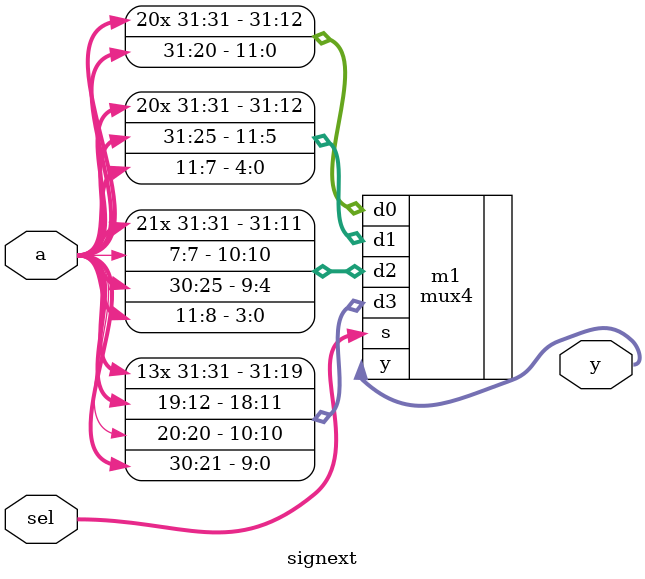
<source format=sv>
module signext (input  [31:0] a,
		input [1:0]   sel,
		output [31:0] y);

   // 0 = normal (I) immediate 
   // 1 = sw (S) immediate
   // 2 = branch (SB) immediate
   // 3 = jal (UJ) immediate
   mux4 #(32) m1 (.d0({{21{a[31]}}, a[30:20]}),
                  .d1({{21{a[31]}}, a[30:25], a[11:7]}),
                  .d2({{21{a[31]}}, a[7], a[30:25], a[11:8]}),
                  .d3({{13{a[31]}}, a[19:12], a[20], a[30:21]}),
                  .s(sel),
                  .y(y));
   
endmodule // signext

</source>
